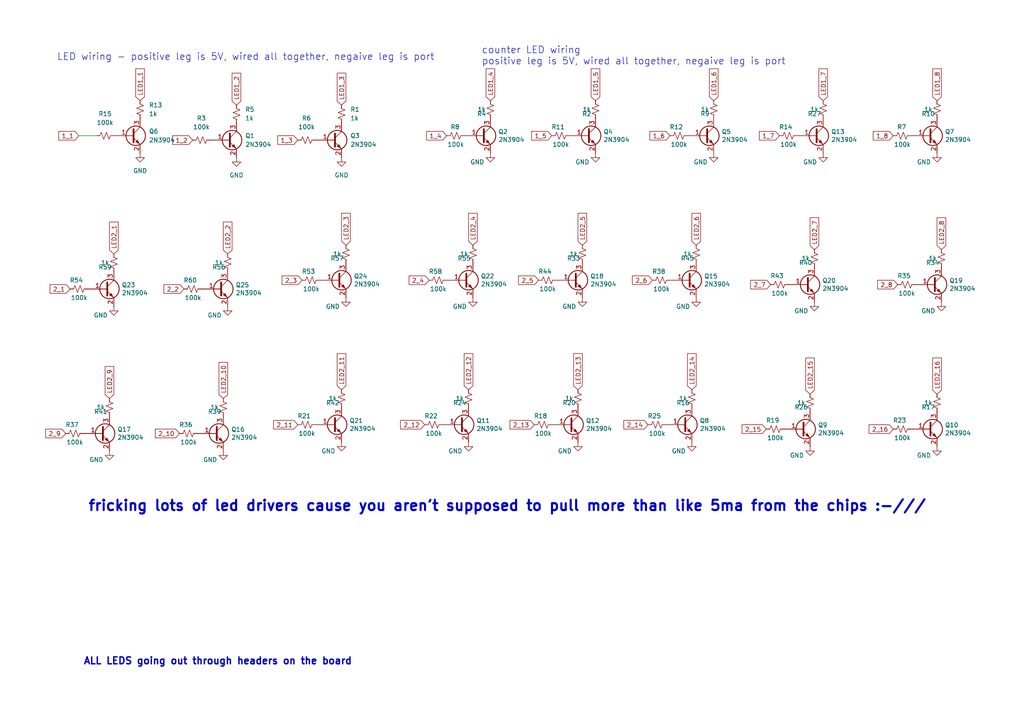
<source format=kicad_sch>
(kicad_sch (version 20211123) (generator eeschema)
  (paper "A4")
  (lib_symbols
    (symbol "Device:Q_NPN_BEC" (pin_names (offset 0) hide)
      (property "Reference" "Q" (at 5.08 1.27 0))
      (property "Value" "Q_NPN_BEC" (at 5.08 -1.27 0))
      (symbol "Q_NPN_BEC_0_1"
        (polyline (pts (xy 0.635 0.635) (xy 2.54 2.54)))
        (polyline (pts (xy 0.635 -0.635) (xy 2.54 -2.54) (xy 2.54 -2.54)))
        (polyline (pts (xy 0.635 1.905) (xy 0.635 -1.905) (xy 0.635 -1.905)) (stroke (width 0.508)))
        (polyline (pts (xy 1.27 -1.778) (xy 1.778 -1.27) (xy 2.286 -2.286) (xy 1.27 -1.778) (xy 1.27 -1.778)) (fill (type outline)))
        (circle (center 1.27 0) (radius 2.8194) (stroke (width 0.254)))
      )
      (symbol "Q_NPN_BEC_1_1"
        (pin input line (at -5.08 0 0) (length 5.715) (name "B") (number "1"))
        (pin passive line (at 2.54 -5.08 90) (length 2.54) (name "E") (number "2"))
        (pin passive line (at 2.54 5.08 270) (length 2.54) (name "C") (number "3"))
      )
    )
    (symbol "Device:R_Small_US" (pin_numbers hide) (pin_names (offset 0.254) hide)
      (property "Reference" "R" (at 0.762 0.508 0))
      (property "Value" "R_Small_US" (at 0.762 -1.016 0))
      (symbol "R_Small_US_1_1"
        (polyline (pts (xy 0 0) (xy 1.016 -0.381) (xy 0 -0.762) (xy -1.016 -1.143) (xy 0 -1.524)))
        (polyline (pts (xy 0 1.524) (xy 1.016 1.143) (xy 0 0.762) (xy -1.016 0.381) (xy 0 0)))
        (pin passive line (at 0 2.54 270) (length 1.016) (name "~") (number "1"))
        (pin passive line (at 0 -2.54 90) (length 1.016) (name "~") (number "2"))
      )
    )
    (symbol "power:GND" (power) (pin_names (offset 0))
      (property "Value" "GND" (at 0 -3.81 0))
      (symbol "GND_0_1"
        (polyline (pts (xy 0 0) (xy 0 -1.27) (xy 1.27 -1.27) (xy 0 -2.54) (xy -1.27 -1.27) (xy 0 -1.27)))
      )
      (symbol "GND_1_1"
        (pin power_in line (at 0 0 270) (length 0) hide (name "GND") (number "1"))
      )
    )
  )
  (wire (pts (xy 22.86 39.37) (xy 27.94 39.37)))
  (text "fricking lots of led drivers cause you aren't supposed to pull more than like 5ma from the chips :-///" (at 25.4 148.59 0) (effects (font (size 2.9972 2.9972) (thickness 0.5994) bold) (justify left bottom)))
  (text "counter LED wiring\npositive leg is 5V, wired all together, negaive leg is port" (at 139.7 19.05 0) (effects (font (size 2 2)) (justify left bottom)))
  (text "ALL LEDS going out through headers on the board\n" (at 24.13 193.04 0) (effects (font (size 2.0066 2.0066) (thickness 0.4013) bold) (justify left bottom)))
  (text "LED wiring - positive leg is 5V, wired all together, negaive leg is port" (at 16.51 17.78 0) (effects (font (size 2 2)) (justify left bottom)))
  (global_label "LED2_1" (shape input) (at 33.02 73.66 90) (property "Intersheet References" "${INTERSHEET_REFS}" (effects hide)))
  (global_label "1_5" (shape input) (at 160.02 39.37 180) (property "Intersheet References" "${INTERSHEET_REFS}" (effects hide)))
  (global_label "2_9" (shape input) (at 19.05 125.73 180) (property "Intersheet References" "${INTERSHEET_REFS}" (effects hide)))
  (global_label "1_2" (shape input) (at 55.88 40.64 180) (property "Intersheet References" "${INTERSHEET_REFS}" (effects hide)))
  (global_label "LED2_3" (shape input) (at 100.33 71.12 90) (property "Intersheet References" "${INTERSHEET_REFS}" (effects hide)))
  (global_label "LED1_3" (shape input) (at 99.06 30.48 90) (property "Intersheet References" "${INTERSHEET_REFS}" (effects hide)))
  (global_label "2_7" (shape input) (at 223.52 82.55 180) (property "Intersheet References" "${INTERSHEET_REFS}" (effects hide)))
  (global_label "LED1_1" (shape input) (at 40.64 29.21 90) (property "Intersheet References" "${INTERSHEET_REFS}" (effects hide)))
  (global_label "LED2_13" (shape input) (at 167.64 113.03 90) (property "Intersheet References" "${INTERSHEET_REFS}" (effects hide)))
  (global_label "2_16" (shape input) (at 259.08 124.46 180) (property "Intersheet References" "${INTERSHEET_REFS}" (effects hide)))
  (global_label "LED1_4" (shape input) (at 142.24 29.21 90) (property "Intersheet References" "${INTERSHEET_REFS}" (effects hide)))
  (global_label "LED2_10" (shape input) (at 64.77 115.57 90) (property "Intersheet References" "${INTERSHEET_REFS}" (effects hide)))
  (global_label "2_1" (shape input) (at 20.32 83.82 180) (property "Intersheet References" "${INTERSHEET_REFS}" (effects hide)))
  (global_label "1_8" (shape input) (at 259.08 39.37 180) (property "Intersheet References" "${INTERSHEET_REFS}" (effects hide)))
  (global_label "2_6" (shape input) (at 189.23 81.28 180) (property "Intersheet References" "${INTERSHEET_REFS}" (effects hide)))
  (global_label "2_2" (shape input) (at 53.34 83.82 180) (property "Intersheet References" "${INTERSHEET_REFS}" (effects hide)))
  (global_label "LED2_12" (shape input) (at 135.89 113.03 90) (property "Intersheet References" "${INTERSHEET_REFS}" (effects hide)))
  (global_label "1_7" (shape input) (at 226.06 39.37 180) (property "Intersheet References" "${INTERSHEET_REFS}" (effects hide)))
  (global_label "2_4" (shape input) (at 124.46 81.28 180) (property "Intersheet References" "${INTERSHEET_REFS}" (effects hide)))
  (global_label "LED2_11" (shape input) (at 99.06 113.03 90) (property "Intersheet References" "${INTERSHEET_REFS}" (effects hide)))
  (global_label "1_3" (shape input) (at 86.36 40.64 180) (property "Intersheet References" "${INTERSHEET_REFS}" (effects hide)))
  (global_label "LED1_6" (shape input) (at 207.01 29.21 90) (property "Intersheet References" "${INTERSHEET_REFS}" (effects hide)))
  (global_label "LED2_16" (shape input) (at 271.78 114.3 90) (property "Intersheet References" "${INTERSHEET_REFS}" (effects hide)))
  (global_label "2_10" (shape input) (at 52.07 125.73 180) (property "Intersheet References" "${INTERSHEET_REFS}" (effects hide)))
  (global_label "LED1_8" (shape input) (at 271.78 29.21 90) (property "Intersheet References" "${INTERSHEET_REFS}" (effects hide)))
  (global_label "1_6" (shape input) (at 194.31 39.37 180) (property "Intersheet References" "${INTERSHEET_REFS}" (effects hide)))
  (global_label "LED2_7" (shape input) (at 236.22 72.39 90) (property "Intersheet References" "${INTERSHEET_REFS}" (effects hide)))
  (global_label "2_14" (shape input) (at 187.96 123.19 180) (property "Intersheet References" "${INTERSHEET_REFS}" (effects hide)))
  (global_label "LED2_15" (shape input) (at 234.95 114.3 90) (property "Intersheet References" "${INTERSHEET_REFS}" (effects hide)))
  (global_label "LED2_2" (shape input) (at 66.04 73.66 90) (property "Intersheet References" "${INTERSHEET_REFS}" (effects hide)))
  (global_label "LED2_14" (shape input) (at 200.66 113.03 90) (property "Intersheet References" "${INTERSHEET_REFS}" (effects hide)))
  (global_label "2_8" (shape input) (at 260.35 82.55 180) (property "Intersheet References" "${INTERSHEET_REFS}" (effects hide)))
  (global_label "2_11" (shape input) (at 86.36 123.19 180) (property "Intersheet References" "${INTERSHEET_REFS}" (effects hide)))
  (global_label "LED2_6" (shape input) (at 201.93 71.12 90) (property "Intersheet References" "${INTERSHEET_REFS}" (effects hide)))
  (global_label "LED2_4" (shape input) (at 137.16 71.12 90) (property "Intersheet References" "${INTERSHEET_REFS}" (effects hide)))
  (global_label "2_15" (shape input) (at 222.25 124.46 180) (property "Intersheet References" "${INTERSHEET_REFS}" (effects hide)))
  (global_label "LED2_5" (shape input) (at 168.91 71.12 90) (property "Intersheet References" "${INTERSHEET_REFS}" (effects hide)))
  (global_label "2_13" (shape input) (at 154.94 123.19 180) (property "Intersheet References" "${INTERSHEET_REFS}" (effects hide)))
  (global_label "LED1_2" (shape input) (at 68.58 30.48 90) (property "Intersheet References" "${INTERSHEET_REFS}" (effects hide)))
  (global_label "LED2_9" (shape input) (at 31.75 115.57 90) (property "Intersheet References" "${INTERSHEET_REFS}" (effects hide)))
  (global_label "LED1_5" (shape input) (at 172.72 29.21 90) (property "Intersheet References" "${INTERSHEET_REFS}" (effects hide)))
  (global_label "LED1_7" (shape input) (at 238.76 29.21 90) (property "Intersheet References" "${INTERSHEET_REFS}" (effects hide)))
  (global_label "1_4" (shape input) (at 129.54 39.37 180) (property "Intersheet References" "${INTERSHEET_REFS}" (effects hide)))
  (global_label "2_5" (shape input) (at 156.21 81.28 180) (property "Intersheet References" "${INTERSHEET_REFS}" (effects hide)))
  (global_label "2_3" (shape input) (at 87.63 81.28 180) (property "Intersheet References" "${INTERSHEET_REFS}" (effects hide)))
  (global_label "1_1" (shape input) (at 22.86 39.37 180) (property "Intersheet References" "${INTERSHEET_REFS}" (effects hide)))
  (global_label "2_12" (shape input) (at 123.19 123.19 180) (property "Intersheet References" "${INTERSHEET_REFS}" (effects hide)))
  (global_label "LED2_8" (shape input) (at 273.05 72.39 90) (property "Intersheet References" "${INTERSHEET_REFS}" (effects hide)))
  (symbol (lib_id "Device:R_Small_US") (at 30.48 39.37 90) (unit 1)
    (property "Reference" "R15" (at 30.48 33.02 90))
    (property "Value" "100k" (at 30.48 35.56 90))
    (property "Footprint" "Resistor_SMD:R_0603_1608Metric" (effects hide))
  )
  (symbol (lib_id "Device:R_Small_US") (at 88.9 40.64 90) (unit 1)
    (property "Reference" "R6" (at 88.9 34.29 90))
    (property "Value" "100k" (at 88.9 36.83 90))
    (property "Footprint" "Resistor_SMD:R_0603_1608Metric" (effects hide))
  )
  (symbol (lib_id "Device:R_Small_US") (at 58.42 40.64 90) (unit 1)
    (property "Reference" "R3" (at 58.42 34.29 90))
    (property "Value" "100k" (at 58.42 36.83 90))
    (property "Footprint" "Resistor_SMD:R_0603_1608Metric" (effects hide))
  )
  (symbol (lib_id "Device:R_Small_US") (at 132.08 39.37 90) (unit 1)
    (property "Reference" "R8" (at 133.35 36.83 90) (effects (justify left)))
    (property "Value" "100k" (at 134.62 41.91 90) (effects (justify left)))
    (property "Footprint" "Resistor_SMD:R_0603_1608Metric" (effects hide))
  )
  (symbol (lib_id "Device:R_Small_US") (at 162.56 39.37 90) (unit 1)
    (property "Reference" "R11" (at 163.83 36.83 90) (effects (justify left)))
    (property "Value" "100k" (at 165.1 41.91 90) (effects (justify left)))
    (property "Footprint" "Resistor_SMD:R_0603_1608Metric" (effects hide))
  )
  (symbol (lib_id "Device:R_Small_US") (at 196.85 39.37 90) (unit 1)
    (property "Reference" "R12" (at 198.12 36.83 90) (effects (justify left)))
    (property "Value" "100k" (at 199.39 41.91 90) (effects (justify left)))
    (property "Footprint" "Resistor_SMD:R_0603_1608Metric" (effects hide))
  )
  (symbol (lib_id "Device:R_Small_US") (at 228.6 39.37 90) (unit 1)
    (property "Reference" "R14" (at 229.87 36.83 90) (effects (justify left)))
    (property "Value" "100k" (at 231.14 41.91 90) (effects (justify left)))
    (property "Footprint" "Resistor_SMD:R_0603_1608Metric" (effects hide))
  )
  (symbol (lib_id "Device:R_Small_US") (at 261.62 39.37 90) (unit 1)
    (property "Reference" "R7" (at 262.89 36.83 90) (effects (justify left)))
    (property "Value" "100k" (at 264.16 41.91 90) (effects (justify left)))
    (property "Footprint" "Resistor_SMD:R_0603_1608Metric" (effects hide))
  )
  (symbol (lib_id "Device:R_Small_US") (at 22.86 83.82 90) (unit 1)
    (property "Reference" "R54" (at 24.13 81.28 90) (effects (justify left)))
    (property "Value" "100k" (at 25.4 86.36 90) (effects (justify left)))
    (property "Footprint" "Resistor_SMD:R_0603_1608Metric" (effects hide))
  )
  (symbol (lib_id "Device:R_Small_US") (at 55.88 83.82 90) (unit 1)
    (property "Reference" "R60" (at 57.15 81.28 90) (effects (justify left)))
    (property "Value" "100k" (at 58.42 86.36 90) (effects (justify left)))
    (property "Footprint" "Resistor_SMD:R_0603_1608Metric" (effects hide))
  )
  (symbol (lib_id "Device:R_Small_US") (at 90.17 81.28 90) (unit 1)
    (property "Reference" "R53" (at 91.44 78.74 90) (effects (justify left)))
    (property "Value" "100k" (at 92.71 83.82 90) (effects (justify left)))
    (property "Footprint" "Resistor_SMD:R_0603_1608Metric" (effects hide))
  )
  (symbol (lib_id "Device:R_Small_US") (at 127 81.28 90) (unit 1)
    (property "Reference" "R58" (at 128.27 78.74 90) (effects (justify left)))
    (property "Value" "100k" (at 129.54 83.82 90) (effects (justify left)))
    (property "Footprint" "Resistor_SMD:R_0603_1608Metric" (effects hide))
  )
  (symbol (lib_id "Device:R_Small_US") (at 158.75 81.28 90) (unit 1)
    (property "Reference" "R44" (at 160.02 78.74 90) (effects (justify left)))
    (property "Value" "100k" (at 161.29 83.82 90) (effects (justify left)))
    (property "Footprint" "Resistor_SMD:R_0603_1608Metric" (effects hide))
  )
  (symbol (lib_id "Device:R_Small_US") (at 191.77 81.28 90) (unit 1)
    (property "Reference" "R38" (at 193.04 78.74 90) (effects (justify left)))
    (property "Value" "100k" (at 194.31 83.82 90) (effects (justify left)))
    (property "Footprint" "Resistor_SMD:R_0603_1608Metric" (effects hide))
  )
  (symbol (lib_id "Device:R_Small_US") (at 226.06 82.55 90) (unit 1)
    (property "Reference" "R43" (at 227.33 80.01 90) (effects (justify left)))
    (property "Value" "100k" (at 228.6 85.09 90) (effects (justify left)))
    (property "Footprint" "Resistor_SMD:R_0603_1608Metric" (effects hide))
  )
  (symbol (lib_id "Device:R_Small_US") (at 262.89 82.55 90) (unit 1)
    (property "Reference" "R35" (at 264.16 80.01 90) (effects (justify left)))
    (property "Value" "100k" (at 265.43 85.09 90) (effects (justify left)))
    (property "Footprint" "Resistor_SMD:R_0603_1608Metric" (effects hide))
  )
  (symbol (lib_id "Device:R_Small_US") (at 21.59 125.73 90) (unit 1)
    (property "Reference" "R37" (at 22.86 123.19 90) (effects (justify left)))
    (property "Value" "100k" (at 24.13 128.27 90) (effects (justify left)))
    (property "Footprint" "Resistor_SMD:R_0603_1608Metric" (effects hide))
  )
  (symbol (lib_id "Device:R_Small_US") (at 54.61 125.73 90) (unit 1)
    (property "Reference" "R36" (at 55.88 123.19 90) (effects (justify left)))
    (property "Value" "100k" (at 57.15 128.27 90) (effects (justify left)))
    (property "Footprint" "Resistor_SMD:R_0603_1608Metric" (effects hide))
  )
  (symbol (lib_id "Device:R_Small_US") (at 88.9 123.19 90) (unit 1)
    (property "Reference" "R21" (at 90.17 120.65 90) (effects (justify left)))
    (property "Value" "100k" (at 91.44 125.73 90) (effects (justify left)))
    (property "Footprint" "Resistor_SMD:R_0603_1608Metric" (effects hide))
  )
  (symbol (lib_id "Device:R_Small_US") (at 125.73 123.19 90) (unit 1)
    (property "Reference" "R22" (at 127 120.65 90) (effects (justify left)))
    (property "Value" "100k" (at 128.27 125.73 90) (effects (justify left)))
    (property "Footprint" "Resistor_SMD:R_0603_1608Metric" (effects hide))
  )
  (symbol (lib_id "Device:R_Small_US") (at 157.48 123.19 90) (unit 1)
    (property "Reference" "R18" (at 158.75 120.65 90) (effects (justify left)))
    (property "Value" "100k" (at 160.02 125.73 90) (effects (justify left)))
    (property "Footprint" "Resistor_SMD:R_0603_1608Metric" (effects hide))
  )
  (symbol (lib_id "Device:R_Small_US") (at 190.5 123.19 90) (unit 1)
    (property "Reference" "R25" (at 191.77 120.65 90) (effects (justify left)))
    (property "Value" "100k" (at 193.04 125.73 90) (effects (justify left)))
    (property "Footprint" "Resistor_SMD:R_0603_1608Metric" (effects hide))
  )
  (symbol (lib_id "Device:R_Small_US") (at 224.79 124.46 90) (unit 1)
    (property "Reference" "R19" (at 226.06 121.92 90) (effects (justify left)))
    (property "Value" "100k" (at 227.33 127 90) (effects (justify left)))
    (property "Footprint" "Resistor_SMD:R_0603_1608Metric" (effects hide))
  )
  (symbol (lib_id "Device:R_Small_US") (at 261.62 124.46 90) (unit 1)
    (property "Reference" "R23" (at 262.89 121.92 90) (effects (justify left)))
    (property "Value" "100k" (at 264.16 127 90) (effects (justify left)))
    (property "Footprint" "Resistor_SMD:R_0603_1608Metric" (effects hide))
  )
  (symbol (lib_id "Device:Q_NPN_BEC") (at 38.1 39.37 0) (unit 1)
    (property "Reference" "Q6" (at 43.18 38.0999 0) (effects (justify left)))
    (property "Value" "2N3904" (at 43.18 40.6399 0) (effects (justify left)))
    (property "Footprint" "Package_TO_SOT_SMD:TSOT-23" (effects hide))
  )
  (symbol (lib_id "power:GND") (at 40.64 44.45 0) (unit 1)
    (property "Reference" "#PWR032" (effects hide))
    (property "Value" "GND" (at 40.64 49.53 0))
  )
  (symbol (lib_id "Device:R_Small_US") (at 40.64 31.75 180) (unit 1)
    (property "Reference" "R13" (at 43.18 30.4799 0) (effects (justify right)))
    (property "Value" "1k" (at 43.18 33.0199 0) (effects (justify right)))
    (property "Footprint" "Resistor_SMD:R_0603_1608Metric" (effects hide))
  )
  (symbol (lib_id "Device:Q_NPN_BEC") (at 66.04 40.64 0) (unit 1)
    (property "Reference" "Q1" (at 71.12 39.3699 0) (effects (justify left)))
    (property "Value" "2N3904" (at 71.12 41.9099 0) (effects (justify left)))
    (property "Footprint" "Package_TO_SOT_SMD:TSOT-23" (effects hide))
  )
  (symbol (lib_id "power:GND") (at 68.58 45.72 0) (unit 1)
    (property "Reference" "#PWR035" (effects hide))
    (property "Value" "GND" (at 68.58 50.8 0))
  )
  (symbol (lib_id "Device:R_Small_US") (at 68.58 33.02 180) (unit 1)
    (property "Reference" "R5" (at 71.12 31.7499 0) (effects (justify right)))
    (property "Value" "1k" (at 71.12 34.2899 0) (effects (justify right)))
    (property "Footprint" "Resistor_SMD:R_0603_1608Metric" (effects hide))
  )
  (symbol (lib_id "Device:Q_NPN_BEC") (at 96.52 40.64 0) (unit 1)
    (property "Reference" "Q3" (at 101.6 39.3699 0) (effects (justify left)))
    (property "Value" "2N3904" (at 101.6 41.9099 0) (effects (justify left)))
    (property "Footprint" "Package_TO_SOT_SMD:TSOT-23" (effects hide))
  )
  (symbol (lib_id "power:GND") (at 99.06 45.72 0) (unit 1)
    (property "Reference" "#PWR036" (effects hide))
    (property "Value" "GND" (at 99.06 50.8 0))
  )
  (symbol (lib_id "Device:R_Small_US") (at 99.06 33.02 180) (unit 1)
    (property "Reference" "R1" (at 101.6 31.7499 0) (effects (justify right)))
    (property "Value" "1k" (at 101.6 34.2899 0) (effects (justify right)))
    (property "Footprint" "Resistor_SMD:R_0603_1608Metric" (effects hide))
  )
  (symbol (lib_id "Device:Q_NPN_BEC") (at 139.7 39.37 0) (unit 1)
    (property "Reference" "Q2" (at 144.526 38.2016 0) (effects (justify left)))
    (property "Value" "2N3904" (at 144.526 40.513 0) (effects (justify left)))
    (property "Footprint" "Package_TO_SOT_SMD:TSOT-23" (effects hide))
  )
  (symbol (lib_id "power:GND") (at 142.24 44.45 0) (unit 1)
    (property "Reference" "#PWR041" (effects hide))
    (property "Value" "GND" (at 138.43 46.99 0))
  )
  (symbol (lib_id "Device:R_Small_US") (at 142.24 31.75 180) (unit 1)
    (property "Reference" "R4" (at 139.7 33.02 0))
    (property "Value" "1k" (at 139.7 31.75 0))
    (property "Footprint" "Resistor_SMD:R_0603_1608Metric" (effects hide))
  )
  (symbol (lib_id "Device:Q_NPN_BEC") (at 170.18 39.37 0) (unit 1)
    (property "Reference" "Q4" (at 175.006 38.2016 0) (effects (justify left)))
    (property "Value" "2N3904" (at 175.006 40.513 0) (effects (justify left)))
    (property "Footprint" "Package_TO_SOT_SMD:TSOT-23" (effects hide))
  )
  (symbol (lib_id "power:GND") (at 172.72 44.45 0) (unit 1)
    (property "Reference" "#PWR044" (effects hide))
    (property "Value" "GND" (at 168.91 46.99 0))
  )
  (symbol (lib_id "Device:R_Small_US") (at 172.72 31.75 180) (unit 1)
    (property "Reference" "R2" (at 170.18 33.02 0))
    (property "Value" "1k" (at 170.18 31.75 0))
    (property "Footprint" "Resistor_SMD:R_0603_1608Metric" (effects hide))
  )
  (symbol (lib_id "Device:Q_NPN_BEC") (at 204.47 39.37 0) (unit 1)
    (property "Reference" "Q5" (at 209.296 38.2016 0) (effects (justify left)))
    (property "Value" "2N3904" (at 209.296 40.513 0) (effects (justify left)))
    (property "Footprint" "Package_TO_SOT_SMD:TSOT-23" (effects hide))
  )
  (symbol (lib_id "power:GND") (at 207.01 44.45 0) (unit 1)
    (property "Reference" "#PWR047" (effects hide))
    (property "Value" "GND" (at 203.2 46.99 0))
  )
  (symbol (lib_id "Device:R_Small_US") (at 207.01 31.75 180) (unit 1)
    (property "Reference" "R9" (at 204.47 33.02 0))
    (property "Value" "1k" (at 204.47 31.75 0))
    (property "Footprint" "Resistor_SMD:R_0603_1608Metric" (effects hide))
  )
  (symbol (lib_id "Device:Q_NPN_BEC") (at 236.22 39.37 0) (unit 1)
    (property "Reference" "Q13" (at 241.046 38.2016 0) (effects (justify left)))
    (property "Value" "2N3904" (at 241.046 40.513 0) (effects (justify left)))
    (property "Footprint" "Package_TO_SOT_SMD:TSOT-23" (effects hide))
  )
  (symbol (lib_id "power:GND") (at 238.76 44.45 0) (unit 1)
    (property "Reference" "#PWR050" (effects hide))
    (property "Value" "GND" (at 234.95 46.99 0))
  )
  (symbol (lib_id "Device:R_Small_US") (at 238.76 31.75 180) (unit 1)
    (property "Reference" "R27" (at 236.22 33.02 0))
    (property "Value" "1k" (at 236.22 31.75 0))
    (property "Footprint" "Resistor_SMD:R_0603_1608Metric" (effects hide))
  )
  (symbol (lib_id "Device:Q_NPN_BEC") (at 269.24 39.37 0) (unit 1)
    (property "Reference" "Q7" (at 274.066 38.2016 0) (effects (justify left)))
    (property "Value" "2N3904" (at 274.066 40.513 0) (effects (justify left)))
    (property "Footprint" "Package_TO_SOT_SMD:TSOT-23" (effects hide))
  )
  (symbol (lib_id "power:GND") (at 271.78 44.45 0) (unit 1)
    (property "Reference" "#PWR051" (effects hide))
    (property "Value" "GND" (at 267.97 46.99 0))
  )
  (symbol (lib_id "Device:R_Small_US") (at 271.78 31.75 180) (unit 1)
    (property "Reference" "R10" (at 269.24 33.02 0))
    (property "Value" "1k" (at 269.24 31.75 0))
    (property "Footprint" "Resistor_SMD:R_0603_1608Metric" (effects hide))
  )
  (symbol (lib_id "Device:Q_NPN_BEC") (at 30.48 83.82 0) (unit 1)
    (property "Reference" "Q23" (at 35.306 82.6516 0) (effects (justify left)))
    (property "Value" "2N3904" (at 35.306 84.963 0) (effects (justify left)))
    (property "Footprint" "Package_TO_SOT_SMD:TSOT-23" (effects hide))
  )
  (symbol (lib_id "power:GND") (at 33.02 88.9 0) (unit 1)
    (property "Reference" "#PWR031" (effects hide))
    (property "Value" "GND" (at 29.21 91.44 0))
  )
  (symbol (lib_id "Device:R_Small_US") (at 33.02 76.2 180) (unit 1)
    (property "Reference" "R59" (at 30.48 77.47 0))
    (property "Value" "1k" (at 30.48 76.2 0))
    (property "Footprint" "Resistor_SMD:R_0603_1608Metric" (effects hide))
  )
  (symbol (lib_id "Device:Q_NPN_BEC") (at 63.5 83.82 0) (unit 1)
    (property "Reference" "Q25" (at 68.326 82.6516 0) (effects (justify left)))
    (property "Value" "2N3904" (at 68.326 84.963 0) (effects (justify left)))
    (property "Footprint" "Package_TO_SOT_SMD:TSOT-23" (effects hide))
  )
  (symbol (lib_id "power:GND") (at 66.04 88.9 0) (unit 1)
    (property "Reference" "#PWR034" (effects hide))
    (property "Value" "GND" (at 62.23 91.44 0))
  )
  (symbol (lib_id "Device:R_Small_US") (at 66.04 76.2 180) (unit 1)
    (property "Reference" "R56" (at 63.5 77.47 0))
    (property "Value" "1k" (at 63.5 76.2 0))
    (property "Footprint" "Resistor_SMD:R_0603_1608Metric" (effects hide))
  )
  (symbol (lib_id "Device:Q_NPN_BEC") (at 97.79 81.28 0) (unit 1)
    (property "Reference" "Q24" (at 102.616 80.1116 0) (effects (justify left)))
    (property "Value" "2N3904" (at 102.616 82.423 0) (effects (justify left)))
    (property "Footprint" "Package_TO_SOT_SMD:TSOT-23" (effects hide))
  )
  (symbol (lib_id "power:GND") (at 100.33 86.36 0) (unit 1)
    (property "Reference" "#PWR038" (effects hide))
    (property "Value" "GND" (at 96.52 88.9 0))
  )
  (symbol (lib_id "Device:R_Small_US") (at 100.33 73.66 180) (unit 1)
    (property "Reference" "R57" (at 97.79 74.93 0))
    (property "Value" "1k" (at 97.79 73.66 0))
    (property "Footprint" "Resistor_SMD:R_0603_1608Metric" (effects hide))
  )
  (symbol (lib_id "Device:Q_NPN_BEC") (at 134.62 81.28 0) (unit 1)
    (property "Reference" "Q22" (at 139.446 80.1116 0) (effects (justify left)))
    (property "Value" "2N3904" (at 139.446 82.423 0) (effects (justify left)))
    (property "Footprint" "Package_TO_SOT_SMD:TSOT-23" (effects hide))
  )
  (symbol (lib_id "power:GND") (at 137.16 86.36 0) (unit 1)
    (property "Reference" "#PWR040" (effects hide))
    (property "Value" "GND" (at 133.35 88.9 0))
  )
  (symbol (lib_id "Device:Q_NPN_BEC") (at 166.37 81.28 0) (unit 1)
    (property "Reference" "Q18" (at 171.196 80.1116 0) (effects (justify left)))
    (property "Value" "2N3904" (at 171.196 82.423 0) (effects (justify left)))
    (property "Footprint" "Package_TO_SOT_SMD:TSOT-23" (effects hide))
  )
  (symbol (lib_id "power:GND") (at 168.91 86.36 0) (unit 1)
    (property "Reference" "#PWR043" (effects hide))
    (property "Value" "GND" (at 165.1 88.9 0))
  )
  (symbol (lib_id "Device:Q_NPN_BEC") (at 199.39 81.28 0) (unit 1)
    (property "Reference" "Q15" (at 204.216 80.1116 0) (effects (justify left)))
    (property "Value" "2N3904" (at 204.216 82.423 0) (effects (justify left)))
    (property "Footprint" "Package_TO_SOT_SMD:TSOT-23" (effects hide))
  )
  (symbol (lib_id "power:GND") (at 201.93 86.36 0) (unit 1)
    (property "Reference" "#PWR046" (effects hide))
    (property "Value" "GND" (at 198.12 88.9 0))
  )
  (symbol (lib_id "Device:Q_NPN_BEC") (at 233.68 82.55 0) (unit 1)
    (property "Reference" "Q20" (at 238.506 81.3816 0) (effects (justify left)))
    (property "Value" "2N3904" (at 238.506 83.693 0) (effects (justify left)))
    (property "Footprint" "Package_TO_SOT_SMD:TSOT-23" (effects hide))
  )
  (symbol (lib_id "power:GND") (at 236.22 87.63 0) (unit 1)
    (property "Reference" "#PWR049" (effects hide))
    (property "Value" "GND" (at 232.41 90.17 0))
  )
  (symbol (lib_id "Device:Q_NPN_BEC") (at 270.51 82.55 0) (unit 1)
    (property "Reference" "Q19" (at 275.336 81.3816 0) (effects (justify left)))
    (property "Value" "2N3904" (at 275.336 83.693 0) (effects (justify left)))
    (property "Footprint" "Package_TO_SOT_SMD:TSOT-23" (effects hide))
  )
  (symbol (lib_id "power:GND") (at 273.05 87.63 0) (unit 1)
    (property "Reference" "#PWR053" (effects hide))
    (property "Value" "GND" (at 269.24 90.17 0))
  )
  (symbol (lib_id "Device:Q_NPN_BEC") (at 29.21 125.73 0) (unit 1)
    (property "Reference" "Q17" (at 34.036 124.5616 0) (effects (justify left)))
    (property "Value" "2N3904" (at 34.036 126.873 0) (effects (justify left)))
    (property "Footprint" "Package_TO_SOT_SMD:TSOT-23" (effects hide))
  )
  (symbol (lib_id "power:GND") (at 31.75 130.81 0) (unit 1)
    (property "Reference" "#PWR030" (effects hide))
    (property "Value" "GND" (at 27.94 133.35 0))
  )
  (symbol (lib_id "Device:R_Small_US") (at 31.75 118.11 180) (unit 1)
    (property "Reference" "R41" (at 29.21 119.38 0))
    (property "Value" "1k" (at 29.21 118.11 0))
    (property "Footprint" "Resistor_SMD:R_0603_1608Metric" (effects hide))
  )
  (symbol (lib_id "Device:Q_NPN_BEC") (at 62.23 125.73 0) (unit 1)
    (property "Reference" "Q16" (at 67.056 124.5616 0) (effects (justify left)))
    (property "Value" "2N3904" (at 67.056 126.873 0) (effects (justify left)))
    (property "Footprint" "Package_TO_SOT_SMD:TSOT-23" (effects hide))
  )
  (symbol (lib_id "power:GND") (at 64.77 130.81 0) (unit 1)
    (property "Reference" "#PWR033" (effects hide))
    (property "Value" "GND" (at 60.96 133.35 0))
  )
  (symbol (lib_id "Device:R_Small_US") (at 64.77 118.11 180) (unit 1)
    (property "Reference" "R39" (at 62.23 119.38 0))
    (property "Value" "1k" (at 62.23 118.11 0))
    (property "Footprint" "Resistor_SMD:R_0603_1608Metric" (effects hide))
  )
  (symbol (lib_id "Device:Q_NPN_BEC") (at 96.52 123.19 0) (unit 1)
    (property "Reference" "Q21" (at 101.346 122.0216 0) (effects (justify left)))
    (property "Value" "2N3904" (at 101.346 124.333 0) (effects (justify left)))
    (property "Footprint" "Package_TO_SOT_SMD:TSOT-23" (effects hide))
  )
  (symbol (lib_id "power:GND") (at 99.06 128.27 0) (unit 1)
    (property "Reference" "#PWR037" (effects hide))
    (property "Value" "GND" (at 95.25 130.81 0))
  )
  (symbol (lib_id "Device:R_Small_US") (at 99.06 115.57 180) (unit 1)
    (property "Reference" "R42" (at 96.52 116.84 0))
    (property "Value" "1k" (at 96.52 115.57 0))
    (property "Footprint" "Resistor_SMD:R_0603_1608Metric" (effects hide))
  )
  (symbol (lib_id "Device:Q_NPN_BEC") (at 133.35 123.19 0) (unit 1)
    (property "Reference" "Q11" (at 138.176 122.0216 0) (effects (justify left)))
    (property "Value" "2N3904" (at 138.176 124.333 0) (effects (justify left)))
    (property "Footprint" "Package_TO_SOT_SMD:TSOT-23" (effects hide))
  )
  (symbol (lib_id "power:GND") (at 135.89 128.27 0) (unit 1)
    (property "Reference" "#PWR039" (effects hide))
    (property "Value" "GND" (at 132.08 130.81 0))
  )
  (symbol (lib_id "Device:R_Small_US") (at 135.89 115.57 180) (unit 1)
    (property "Reference" "R24" (at 133.35 116.84 0))
    (property "Value" "1k" (at 133.35 115.57 0))
    (property "Footprint" "Resistor_SMD:R_0603_1608Metric" (effects hide))
  )
  (symbol (lib_id "Device:Q_NPN_BEC") (at 165.1 123.19 0) (unit 1)
    (property "Reference" "Q12" (at 169.926 122.0216 0) (effects (justify left)))
    (property "Value" "2N3904" (at 169.926 124.333 0) (effects (justify left)))
    (property "Footprint" "Package_TO_SOT_SMD:TSOT-23" (effects hide))
  )
  (symbol (lib_id "power:GND") (at 167.64 128.27 0) (unit 1)
    (property "Reference" "#PWR042" (effects hide))
    (property "Value" "GND" (at 163.83 130.81 0))
  )
  (symbol (lib_id "Device:R_Small_US") (at 167.64 115.57 180) (unit 1)
    (property "Reference" "R20" (at 165.1 116.84 0))
    (property "Value" "1k" (at 165.1 115.57 0))
    (property "Footprint" "Resistor_SMD:R_0603_1608Metric" (effects hide))
  )
  (symbol (lib_id "Device:Q_NPN_BEC") (at 198.12 123.19 0) (unit 1)
    (property "Reference" "Q8" (at 202.946 122.0216 0) (effects (justify left)))
    (property "Value" "2N3904" (at 202.946 124.333 0) (effects (justify left)))
    (property "Footprint" "Package_TO_SOT_SMD:TSOT-23" (effects hide))
  )
  (symbol (lib_id "power:GND") (at 200.66 128.27 0) (unit 1)
    (property "Reference" "#PWR045" (effects hide))
    (property "Value" "GND" (at 196.85 130.81 0))
  )
  (symbol (lib_id "Device:R_Small_US") (at 200.66 115.57 180) (unit 1)
    (property "Reference" "R16" (at 198.12 116.84 0))
    (property "Value" "1k" (at 198.12 115.57 0))
    (property "Footprint" "Resistor_SMD:R_0603_1608Metric" (effects hide))
  )
  (symbol (lib_id "Device:Q_NPN_BEC") (at 232.41 124.46 0) (unit 1)
    (property "Reference" "Q9" (at 237.236 123.2916 0) (effects (justify left)))
    (property "Value" "2N3904" (at 237.236 125.603 0) (effects (justify left)))
    (property "Footprint" "Package_TO_SOT_SMD:TSOT-23" (effects hide))
  )
  (symbol (lib_id "power:GND") (at 234.95 129.54 0) (unit 1)
    (property "Reference" "#PWR048" (effects hide))
    (property "Value" "GND" (at 231.14 132.08 0))
  )
  (symbol (lib_id "Device:R_Small_US") (at 234.95 116.84 180) (unit 1)
    (property "Reference" "R26" (at 232.41 118.11 0))
    (property "Value" "1k" (at 232.41 116.84 0))
    (property "Footprint" "Resistor_SMD:R_0603_1608Metric" (effects hide))
  )
  (symbol (lib_id "Device:Q_NPN_BEC") (at 269.24 124.46 0) (unit 1)
    (property "Reference" "Q10" (at 274.066 123.2916 0) (effects (justify left)))
    (property "Value" "2N3904" (at 274.066 125.603 0) (effects (justify left)))
    (property "Footprint" "Package_TO_SOT_SMD:TSOT-23" (effects hide))
  )
  (symbol (lib_id "power:GND") (at 271.78 129.54 0) (unit 1)
    (property "Reference" "#PWR052" (effects hide))
    (property "Value" "GND" (at 267.97 132.08 0))
  )
  (symbol (lib_id "Device:R_Small_US") (at 271.78 116.84 180) (unit 1)
    (property "Reference" "R17" (at 269.24 118.11 0))
    (property "Value" "1k" (at 269.24 116.84 0))
    (property "Footprint" "Resistor_SMD:R_0603_1608Metric" (effects hide))
  )
  (symbol (lib_id "Device:R_Small_US") (at 137.16 73.66 180) (unit 1)
    (property "Reference" "R55" (at 134.62 74.93 0))
    (property "Value" "1k" (at 134.62 73.66 0))
    (property "Footprint" "Resistor_SMD:R_0603_1608Metric" (effects hide))
  )
  (symbol (lib_id "Device:R_Small_US") (at 168.91 73.66 180) (unit 1)
    (property "Reference" "R33" (at 166.37 74.93 0))
    (property "Value" "1k" (at 166.37 73.66 0))
    (property "Footprint" "Resistor_SMD:R_0603_1608Metric" (effects hide))
  )
  (symbol (lib_id "Device:R_Small_US") (at 201.93 73.66 180) (unit 1)
    (property "Reference" "R45" (at 199.39 74.93 0))
    (property "Value" "1k" (at 199.39 73.66 0))
    (property "Footprint" "Resistor_SMD:R_0603_1608Metric" (effects hide))
  )
  (symbol (lib_id "Device:R_Small_US") (at 236.22 74.93 180) (unit 1)
    (property "Reference" "R40" (at 233.68 76.2 0))
    (property "Value" "1k" (at 233.68 74.93 0))
    (property "Footprint" "Resistor_SMD:R_0603_1608Metric" (effects hide))
  )
  (symbol (lib_id "Device:R_Small_US") (at 273.05 74.93 180) (unit 1)
    (property "Reference" "R34" (at 270.51 76.2 0))
    (property "Value" "1k" (at 270.51 74.93 0))
    (property "Footprint" "Resistor_SMD:R_0603_1608Metric" (effects hide))
  )
)
</source>
